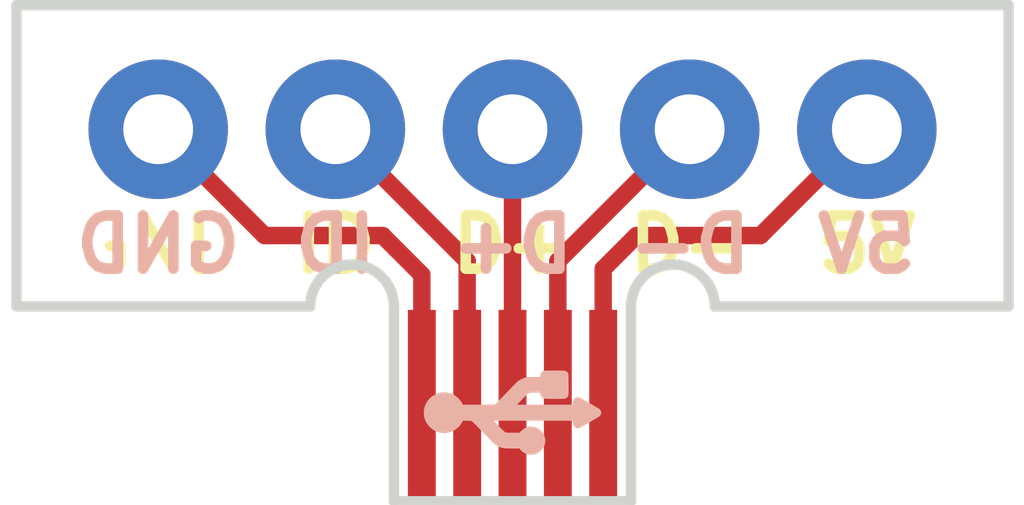
<source format=kicad_pcb>
(kicad_pcb (version 20171130) (host pcbnew "(5.1.6)-1")

  (general
    (thickness 0.6)
    (drawings 20)
    (tracks 15)
    (zones 0)
    (modules 7)
    (nets 6)
  )

  (page A4)
  (layers
    (0 F.Cu signal)
    (31 B.Cu signal)
    (32 B.Adhes user)
    (33 F.Adhes user)
    (34 B.Paste user)
    (35 F.Paste user)
    (36 B.SilkS user)
    (37 F.SilkS user)
    (38 B.Mask user)
    (39 F.Mask user)
    (40 Dwgs.User user)
    (41 Cmts.User user)
    (42 Eco1.User user)
    (43 Eco2.User user)
    (44 Edge.Cuts user)
    (45 Margin user)
    (46 B.CrtYd user)
    (47 F.CrtYd user)
    (48 B.Fab user hide)
    (49 F.Fab user hide)
  )

  (setup
    (last_trace_width 0.25)
    (trace_clearance 0.2)
    (zone_clearance 0.508)
    (zone_45_only no)
    (trace_min 0.2)
    (via_size 0.8)
    (via_drill 0.4)
    (via_min_size 0.4)
    (via_min_drill 0.3)
    (uvia_size 0.3)
    (uvia_drill 0.1)
    (uvias_allowed no)
    (uvia_min_size 0.2)
    (uvia_min_drill 0.1)
    (edge_width 0.15)
    (segment_width 0.2)
    (pcb_text_width 0.3)
    (pcb_text_size 1.5 1.5)
    (mod_edge_width 0.15)
    (mod_text_size 1 1)
    (mod_text_width 0.15)
    (pad_size 0.64516 0.64516)
    (pad_drill 0.64516)
    (pad_to_mask_clearance 0.051)
    (solder_mask_min_width 0.25)
    (aux_axis_origin 0 0)
    (visible_elements 7FFFFFFF)
    (pcbplotparams
      (layerselection 0x030f0_ffffffff)
      (usegerberextensions false)
      (usegerberattributes false)
      (usegerberadvancedattributes false)
      (creategerberjobfile false)
      (excludeedgelayer true)
      (linewidth 0.100000)
      (plotframeref false)
      (viasonmask false)
      (mode 1)
      (useauxorigin false)
      (hpglpennumber 1)
      (hpglpenspeed 20)
      (hpglpendiameter 15.000000)
      (psnegative false)
      (psa4output false)
      (plotreference true)
      (plotvalue true)
      (plotinvisibletext false)
      (padsonsilk false)
      (subtractmaskfromsilk false)
      (outputformat 1)
      (mirror false)
      (drillshape 0)
      (scaleselection 1)
      (outputdirectory "usbreakoutgerbs/"))
  )

  (net 0 "")
  (net 1 GNDREF)
  (net 2 /VBUS)
  (net 3 /D+)
  (net 4 /D-)
  (net 5 "Net-(J2-Pad4)")

  (net_class Default "This is the default net class."
    (clearance 0.2)
    (trace_width 0.25)
    (via_dia 0.8)
    (via_drill 0.4)
    (uvia_dia 0.3)
    (uvia_drill 0.1)
    (add_net /D+)
    (add_net /D-)
    (add_net /VBUS)
    (add_net GNDREF)
    (add_net "Net-(J2-Pad4)")
  )

  (module microusb_plug_goof:usb (layer B.Cu) (tedit 0) (tstamp 5CE1EABB)
    (at 102.616 102.616)
    (fp_text reference G*** (at 0 0) (layer B.SilkS) hide
      (effects (font (size 1.524 1.524) (thickness 0.3)) (justify mirror))
    )
    (fp_text value LOGO (at 0.75 0) (layer B.SilkS) hide
      (effects (font (size 1.524 1.524) (thickness 0.3)) (justify mirror))
    )
    (fp_poly (pts (xy 0.320922 0.590741) (xy 0.356025 0.576682) (xy 0.388559 0.555466) (xy 0.409659 0.535885)
      (xy 0.435125 0.503016) (xy 0.452906 0.467687) (xy 0.463012 0.430811) (xy 0.465455 0.393301)
      (xy 0.460245 0.356071) (xy 0.447394 0.320032) (xy 0.426911 0.286099) (xy 0.406417 0.26245)
      (xy 0.375614 0.236727) (xy 0.341742 0.218492) (xy 0.315235 0.20969) (xy 0.275443 0.203358)
      (xy 0.237008 0.205344) (xy 0.200202 0.21557) (xy 0.165298 0.233957) (xy 0.132568 0.260427)
      (xy 0.129737 0.263204) (xy 0.100724 0.292101) (xy 0.004853 0.291989) (xy -0.027144 0.29187)
      (xy -0.051858 0.291544) (xy -0.070474 0.290931) (xy -0.084174 0.289954) (xy -0.094142 0.288532)
      (xy -0.101561 0.286589) (xy -0.106509 0.284581) (xy -0.114364 0.279091) (xy -0.127197 0.267885)
      (xy -0.144367 0.251581) (xy -0.165232 0.230796) (xy -0.189151 0.206147) (xy -0.201008 0.193676)
      (xy -0.280015 0.110067) (xy 0.872066 0.110067) (xy 0.872066 0.141191) (xy 0.872611 0.15935)
      (xy 0.874645 0.171941) (xy 0.878772 0.181817) (xy 0.881591 0.18631) (xy 0.896414 0.203829)
      (xy 0.912641 0.213887) (xy 0.931977 0.217484) (xy 0.9348 0.217529) (xy 0.940537 0.21726)
      (xy 0.946681 0.216188) (xy 0.954024 0.213916) (xy 0.963356 0.210048) (xy 0.975468 0.204185)
      (xy 0.991151 0.195933) (xy 1.011195 0.184892) (xy 1.036391 0.170667) (xy 1.06753 0.15286)
      (xy 1.094523 0.13734) (xy 1.126392 0.11889) (xy 1.156403 0.101321) (xy 1.183653 0.085175)
      (xy 1.207234 0.070999) (xy 1.226241 0.059337) (xy 1.239767 0.050734) (xy 1.246908 0.045735)
      (xy 1.247153 0.045526) (xy 1.259911 0.029229) (xy 1.266195 0.00968) (xy 1.266005 -0.010913)
      (xy 1.259337 -0.030342) (xy 1.247217 -0.045525) (xy 1.240592 -0.05024) (xy 1.227514 -0.058598)
      (xy 1.208888 -0.070054) (xy 1.18562 -0.084064) (xy 1.158616 -0.100083) (xy 1.12878 -0.117566)
      (xy 1.097018 -0.135968) (xy 1.094637 -0.137339) (xy 1.058655 -0.158012) (xy 1.029194 -0.174815)
      (xy 1.005463 -0.188144) (xy 0.986671 -0.198395) (xy 0.972027 -0.205967) (xy 0.96074 -0.211255)
      (xy 0.952018 -0.214657) (xy 0.945072 -0.21657) (xy 0.93911 -0.21739) (xy 0.93485 -0.217528)
      (xy 0.914976 -0.214707) (xy 0.898449 -0.205572) (xy 0.883552 -0.189118) (xy 0.881591 -0.186309)
      (xy 0.876279 -0.176725) (xy 0.87334 -0.165759) (xy 0.872174 -0.15056) (xy 0.872066 -0.14119)
      (xy 0.872066 -0.110066) (xy 0.053531 -0.110066) (xy 0.087169 -0.144991) (xy 0.102651 -0.161127)
      (xy 0.121796 -0.181171) (xy 0.142457 -0.202872) (xy 0.162489 -0.223979) (xy 0.167884 -0.229678)
      (xy 0.187541 -0.24981) (xy 0.20497 -0.266404) (xy 0.219143 -0.278533) (xy 0.229033 -0.28527)
      (xy 0.230111 -0.28577) (xy 0.238196 -0.288217) (xy 0.249791 -0.289992) (xy 0.266084 -0.291177)
      (xy 0.288264 -0.29185) (xy 0.317518 -0.292095) (xy 0.323131 -0.292099) (xy 0.401 -0.292099)
      (xy 0.403835 -0.26798) (xy 0.410031 -0.243618) (xy 0.421908 -0.224258) (xy 0.438743 -0.210994)
      (xy 0.442805 -0.2091) (xy 0.448496 -0.207438) (xy 0.457329 -0.2061) (xy 0.470106 -0.205055)
      (xy 0.487633 -0.204275) (xy 0.510712 -0.203729) (xy 0.540147 -0.20339) (xy 0.576742 -0.203226)
      (xy 0.603595 -0.203199) (xy 0.642755 -0.203215) (xy 0.674375 -0.203298) (xy 0.699381 -0.2035)
      (xy 0.718702 -0.203874) (xy 0.733262 -0.204473) (xy 0.743991 -0.205348) (xy 0.751814 -0.206553)
      (xy 0.757657 -0.208141) (xy 0.762449 -0.210162) (xy 0.766714 -0.212445) (xy 0.783388 -0.226467)
      (xy 0.791788 -0.239504) (xy 0.794064 -0.244546) (xy 0.79589 -0.249899) (xy 0.797305 -0.256482)
      (xy 0.798351 -0.26522) (xy 0.799068 -0.277032) (xy 0.799497 -0.292841) (xy 0.799678 -0.313568)
      (xy 0.799653 -0.340135) (xy 0.799461 -0.373465) (xy 0.799197 -0.407754) (xy 0.798859 -0.447468)
      (xy 0.798517 -0.479603) (xy 0.798114 -0.505046) (xy 0.797595 -0.524684) (xy 0.796905 -0.539405)
      (xy 0.795989 -0.550095) (xy 0.794792 -0.557642) (xy 0.793257 -0.562932) (xy 0.79133 -0.566854)
      (xy 0.789074 -0.570137) (xy 0.779099 -0.580585) (xy 0.766818 -0.589928) (xy 0.76579 -0.59055)
      (xy 0.761488 -0.592838) (xy 0.756549 -0.594681) (xy 0.750048 -0.596135) (xy 0.741059 -0.597252)
      (xy 0.728657 -0.598088) (xy 0.711917 -0.598695) (xy 0.689913 -0.599129) (xy 0.661719 -0.599442)
      (xy 0.626411 -0.59969) (xy 0.607483 -0.599797) (xy 0.571775 -0.599872) (xy 0.538709 -0.599713)
      (xy 0.509324 -0.599342) (xy 0.48466 -0.59878) (xy 0.465755 -0.598048) (xy 0.453649 -0.597167)
      (xy 0.450067 -0.596573) (xy 0.431461 -0.586846) (xy 0.416616 -0.570697) (xy 0.406548 -0.549708)
      (xy 0.402269 -0.525465) (xy 0.40219 -0.521758) (xy 0.402166 -0.508) (xy 0.309922 -0.508)
      (xy 0.274712 -0.507811) (xy 0.246806 -0.507205) (xy 0.225047 -0.506116) (xy 0.20828 -0.504481)
      (xy 0.195349 -0.502238) (xy 0.192447 -0.50154) (xy 0.16683 -0.493203) (xy 0.138525 -0.481117)
      (xy 0.110711 -0.466839) (xy 0.086569 -0.451925) (xy 0.077603 -0.445305) (xy 0.070344 -0.438784)
      (xy 0.057948 -0.426775) (xy 0.041079 -0.409957) (xy 0.020404 -0.389008) (xy -0.003414 -0.364606)
      (xy -0.029708 -0.33743) (xy -0.057814 -0.308158) (xy -0.087066 -0.277468) (xy -0.089395 -0.275015)
      (xy -0.118271 -0.244714) (xy -0.145699 -0.216168) (xy -0.171071 -0.189995) (xy -0.193777 -0.166812)
      (xy -0.213208 -0.147237) (xy -0.228755 -0.131887) (xy -0.239808 -0.121379) (xy -0.245759 -0.116333)
      (xy -0.246164 -0.116091) (xy -0.249999 -0.114739) (xy -0.256286 -0.113598) (xy -0.265674 -0.11265)
      (xy -0.278815 -0.111879) (xy -0.296359 -0.11127) (xy -0.318958 -0.110806) (xy -0.347261 -0.11047)
      (xy -0.381921 -0.110245) (xy -0.423587 -0.110117) (xy -0.472911 -0.110068) (xy -0.486119 -0.110066)
      (xy -0.714424 -0.110066) (xy -0.726225 -0.13339) (xy -0.749764 -0.170902) (xy -0.780038 -0.204766)
      (xy -0.815751 -0.234011) (xy -0.855606 -0.257666) (xy -0.898307 -0.27476) (xy -0.923747 -0.281262)
      (xy -0.969212 -0.287208) (xy -1.012525 -0.285857) (xy -1.055225 -0.276994) (xy -1.098853 -0.260408)
      (xy -1.108951 -0.255591) (xy -1.14973 -0.230888) (xy -1.185526 -0.199915) (xy -1.215667 -0.163627)
      (xy -1.23948 -0.122978) (xy -1.256292 -0.078925) (xy -1.265291 -0.03369) (xy -1.266977 0.016243)
      (xy -1.260577 0.063662) (xy -1.246093 0.10857) (xy -1.223522 0.150969) (xy -1.192865 0.190861)
      (xy -1.180918 0.203532) (xy -1.144181 0.234922) (xy -1.10367 0.259097) (xy -1.060277 0.27591)
      (xy -1.014894 0.28521) (xy -0.968413 0.286848) (xy -0.921725 0.280675) (xy -0.875723 0.266543)
      (xy -0.856126 0.25786) (xy -0.815951 0.2342) (xy -0.780079 0.204843) (xy -0.749779 0.171024)
      (xy -0.72632 0.133978) (xy -0.724013 0.12935) (xy -0.714679 0.110067) (xy -0.656421 0.110067)
      (xy -0.633852 0.110399) (xy -0.613263 0.111305) (xy -0.596682 0.112657) (xy -0.586134 0.114323)
      (xy -0.584925 0.114682) (xy -0.578554 0.118919) (xy -0.566968 0.129035) (xy -0.550097 0.145102)
      (xy -0.52787 0.167189) (xy -0.500215 0.195368) (xy -0.467062 0.229709) (xy -0.42834 0.270282)
      (xy -0.424867 0.273939) (xy -0.395247 0.304977) (xy -0.366588 0.334706) (xy -0.33957 0.36244)
      (xy -0.314872 0.387496) (xy -0.293173 0.40919) (xy -0.275154 0.426836) (xy -0.261495 0.439751)
      (xy -0.252874 0.447251) (xy -0.252266 0.447713) (xy -0.234355 0.459829) (xy -0.213531 0.47222)
      (xy -0.19685 0.48094) (xy -0.179932 0.488693) (xy -0.164591 0.494817) (xy -0.149506 0.499501)
      (xy -0.133354 0.502935) (xy -0.114813 0.505308) (xy -0.09256 0.506811) (xy -0.065273 0.507631)
      (xy -0.031629 0.50796) (xy -0.008088 0.508) (xy 0.10058 0.508) (xy 0.115876 0.526668)
      (xy 0.14407 0.55485) (xy 0.176074 0.576075) (xy 0.210824 0.59031) (xy 0.247258 0.597522)
      (xy 0.284312 0.597677) (xy 0.320922 0.590741)) (layer B.SilkS) (width 0.01))
  )

  (module Connector_Pin:Pin_D1.0mm_L10.0mm (layer F.Cu) (tedit 5CDE7022) (tstamp 5CDE772A)
    (at 97.536 98.552)
    (descr "solder Pin_ diameter 1.0mm, hole diameter 1.0mm (press fit), length 10.0mm")
    (tags "solder Pin_ press fit")
    (fp_text reference REF** (at 0 2.25) (layer F.SilkS) hide
      (effects (font (size 1 1) (thickness 0.15)))
    )
    (fp_text value Pin_D1.0mm_L10.0mm (at 0 -2.05) (layer F.Fab)
      (effects (font (size 1 1) (thickness 0.15)))
    )
    (fp_circle (center 0 0) (end 1.143 0) (layer F.CrtYd) (width 0.05))
    (fp_circle (center 0 0) (end 0.5 0) (layer F.Fab) (width 0.12))
    (fp_text user %R (at 0 2.25) (layer F.Fab)
      (effects (font (size 1 1) (thickness 0.15)))
    )
    (pad 1 thru_hole circle (at 0 0) (size 2 2) (drill 1) (layers *.Cu *.Mask)
      (net 1 GNDREF))
    (model ${KISYS3DMOD}/Connector_Pin.3dshapes/Pin_D1.0mm_L10.0mm.wrl
      (at (xyz 0 0 0))
      (scale (xyz 1 1 1))
      (rotate (xyz 0 0 0))
    )
  )

  (module Connector_Pin:Pin_D1.0mm_L10.0mm (layer F.Cu) (tedit 5CDE7060) (tstamp 5CDE771C)
    (at 107.696 98.552)
    (descr "solder Pin_ diameter 1.0mm, hole diameter 1.0mm (press fit), length 10.0mm")
    (tags "solder Pin_ press fit")
    (fp_text reference REF** (at 0 2.25) (layer F.SilkS) hide
      (effects (font (size 1 1) (thickness 0.15)))
    )
    (fp_text value Pin_D1.0mm_L10.0mm (at 0 -2.05) (layer F.Fab)
      (effects (font (size 1 1) (thickness 0.15)))
    )
    (fp_circle (center 0 0) (end 0.5 0) (layer F.Fab) (width 0.12))
    (fp_circle (center 0 0) (end 1.143 0) (layer F.CrtYd) (width 0.05))
    (fp_text user %R (at 0 2.25) (layer F.Fab)
      (effects (font (size 1 1) (thickness 0.15)))
    )
    (pad 1 thru_hole circle (at 0 0) (size 2 2) (drill 1) (layers *.Cu *.Mask)
      (net 2 /VBUS))
    (model ${KISYS3DMOD}/Connector_Pin.3dshapes/Pin_D1.0mm_L10.0mm.wrl
      (at (xyz 0 0 0))
      (scale (xyz 1 1 1))
      (rotate (xyz 0 0 0))
    )
  )

  (module Connector_Pin:Pin_D1.0mm_L10.0mm (layer F.Cu) (tedit 5CDE705B) (tstamp 5CDE770E)
    (at 105.156 98.552)
    (descr "solder Pin_ diameter 1.0mm, hole diameter 1.0mm (press fit), length 10.0mm")
    (tags "solder Pin_ press fit")
    (fp_text reference REF** (at 0 2.25) (layer F.SilkS) hide
      (effects (font (size 1 1) (thickness 0.15)))
    )
    (fp_text value Pin_D1.0mm_L10.0mm (at 0 -2.05) (layer F.Fab)
      (effects (font (size 1 1) (thickness 0.15)))
    )
    (fp_circle (center 0 0) (end 1.143 0) (layer F.CrtYd) (width 0.05))
    (fp_circle (center 0 0) (end 0.5 0) (layer F.Fab) (width 0.12))
    (fp_text user %R (at 0 2.25) (layer F.Fab)
      (effects (font (size 1 1) (thickness 0.15)))
    )
    (pad 1 thru_hole circle (at 0 0) (size 2 2) (drill 1) (layers *.Cu *.Mask)
      (net 4 /D-))
    (model ${KISYS3DMOD}/Connector_Pin.3dshapes/Pin_D1.0mm_L10.0mm.wrl
      (at (xyz 0 0 0))
      (scale (xyz 1 1 1))
      (rotate (xyz 0 0 0))
    )
  )

  (module Connector_Pin:Pin_D1.0mm_L10.0mm (layer F.Cu) (tedit 5CDE7039) (tstamp 5CDE76E3)
    (at 100.076 98.552)
    (descr "solder Pin_ diameter 1.0mm, hole diameter 1.0mm (press fit), length 10.0mm")
    (tags "solder Pin_ press fit")
    (fp_text reference REF** (at 0 2.25) (layer F.SilkS) hide
      (effects (font (size 1 1) (thickness 0.15)))
    )
    (fp_text value Pin_D1.0mm_L10.0mm (at 0 -2.05) (layer F.Fab)
      (effects (font (size 1 1) (thickness 0.15)))
    )
    (fp_circle (center 0 0) (end 1.143 0) (layer F.CrtYd) (width 0.05))
    (fp_circle (center 0 0) (end 0.5 0) (layer F.Fab) (width 0.12))
    (fp_text user %R (at 0 2.25) (layer F.Fab)
      (effects (font (size 1 1) (thickness 0.15)))
    )
    (pad 1 thru_hole circle (at 0 0) (size 2 2) (drill 1) (layers *.Cu *.Mask)
      (net 5 "Net-(J2-Pad4)"))
    (model ${KISYS3DMOD}/Connector_Pin.3dshapes/Pin_D1.0mm_L10.0mm.wrl
      (at (xyz 0 0 0))
      (scale (xyz 1 1 1))
      (rotate (xyz 0 0 0))
    )
  )

  (module Connector_Pin:Pin_D1.0mm_L10.0mm (layer F.Cu) (tedit 5CDE7054) (tstamp 5CDE76B8)
    (at 102.616 98.552)
    (descr "solder Pin_ diameter 1.0mm, hole diameter 1.0mm (press fit), length 10.0mm")
    (tags "solder Pin_ press fit")
    (fp_text reference REF** (at 0 2.25) (layer F.SilkS) hide
      (effects (font (size 1 1) (thickness 0.15)))
    )
    (fp_text value Pin_D1.0mm_L10.0mm (at 0 -2.05) (layer F.Fab)
      (effects (font (size 1 1) (thickness 0.15)))
    )
    (fp_circle (center 0 0) (end 0.5 0) (layer F.Fab) (width 0.12))
    (fp_circle (center 0 0) (end 1.143 0) (layer F.CrtYd) (width 0.05))
    (fp_text user %R (at 0 2.25) (layer F.Fab)
      (effects (font (size 1 1) (thickness 0.15)))
    )
    (pad 1 thru_hole circle (at 0 0) (size 2 2) (drill 1) (layers *.Cu *.Mask)
      (net 3 /D+))
    (model ${KISYS3DMOD}/Connector_Pin.3dshapes/Pin_D1.0mm_L10.0mm.wrl
      (at (xyz 0 0 0))
      (scale (xyz 1 1 1))
      (rotate (xyz 0 0 0))
    )
  )

  (module microusb_plug_goof:microusb_PCB_socket (layer F.Cu) (tedit 5CDE7049) (tstamp 5CC8226A)
    (at 102.616 102.492 180)
    (descr "Wire Pad, Square, SMD Pad,  5mm x 10mm,")
    (tags "MesurementPoint Square SMDPad 5mmx10mm ")
    (path /5CC96725)
    (attr smd)
    (fp_text reference J1 (at 0 -2.286 180) (layer F.SilkS) hide
      (effects (font (size 1 1) (thickness 0.15)))
    )
    (fp_text value microusb_pcb_socket (at 0 2.54 180) (layer F.Fab)
      (effects (font (size 1 1) (thickness 0.15)))
    )
    (fp_line (start -1.524 -1.37) (end -1.524 1.37) (layer F.CrtYd) (width 0.05))
    (fp_line (start -1.524 1.37) (end 1.524 1.37) (layer F.CrtYd) (width 0.05))
    (fp_line (start 1.524 1.37) (end 1.524 -1.37) (layer F.CrtYd) (width 0.05))
    (fp_line (start 1.524 -1.37) (end -1.524 -1.37) (layer F.CrtYd) (width 0.05))
    (pad 3 smd rect (at 0 0 180) (size 0.4 2.7) (layers F.Cu F.Paste F.Mask)
      (net 3 /D+))
    (pad 2 smd rect (at -0.65 0 180) (size 0.4 2.7) (layers F.Cu F.Paste F.Mask)
      (net 4 /D-))
    (pad 1 smd rect (at -1.3 0 180) (size 0.4 2.7) (layers F.Cu F.Paste F.Mask)
      (net 2 /VBUS))
    (pad 4 smd rect (at 0.65 0 180) (size 0.4 2.7) (layers F.Cu F.Paste F.Mask)
      (net 5 "Net-(J2-Pad4)"))
    (pad 5 smd rect (at 1.3 0 180) (size 0.4 2.7) (layers F.Cu F.Paste F.Mask)
      (net 1 GNDREF))
  )

  (gr_line (start 100.916 103.886) (end 104.316 103.886) (layer Edge.Cuts) (width 0.15) (tstamp 5F1609F3))
  (gr_line (start 109.728 101.092) (end 109.728 96.774) (layer Edge.Cuts) (width 0.15))
  (gr_line (start 95.504 96.774) (end 109.728 96.774) (layer Edge.Cuts) (width 0.15))
  (gr_line (start 95.504 96.774) (end 95.504 101.092) (layer Edge.Cuts) (width 0.15) (tstamp 5CDEF20D))
  (gr_text ID (at 100.076 100.206) (layer B.SilkS) (tstamp 5CDE72C4)
    (effects (font (size 0.762 0.762) (thickness 0.1524)) (justify mirror))
  )
  (gr_text 5V (at 107.696 100.206) (layer F.SilkS) (tstamp 5CDE72C3)
    (effects (font (size 0.762 0.762) (thickness 0.1524)))
  )
  (gr_text D- (at 105.156 100.206) (layer F.SilkS) (tstamp 5CDE72C2)
    (effects (font (size 0.762 0.762) (thickness 0.1524)))
  )
  (gr_text D+ (at 102.616 100.206) (layer B.SilkS) (tstamp 5CDE72C1)
    (effects (font (size 0.762 0.762) (thickness 0.1524)) (justify mirror))
  )
  (gr_text ID (at 100.076 100.206) (layer F.SilkS) (tstamp 5CDE72C0)
    (effects (font (size 0.762 0.762) (thickness 0.1524)))
  )
  (gr_text 5V (at 107.696 100.206) (layer B.SilkS) (tstamp 5CDE72BF)
    (effects (font (size 0.762 0.762) (thickness 0.1524)) (justify mirror))
  )
  (gr_text D- (at 105.156 100.206) (layer B.SilkS) (tstamp 5CDE72BE)
    (effects (font (size 0.762 0.762) (thickness 0.1524)) (justify mirror))
  )
  (gr_text GND (at 97.536 100.206) (layer B.SilkS) (tstamp 5CDE72BD)
    (effects (font (size 0.762 0.762) (thickness 0.1524)) (justify mirror))
  )
  (gr_text GND (at 97.536 100.206) (layer F.SilkS) (tstamp 5CDE72BC)
    (effects (font (size 0.762 0.762) (thickness 0.1524)))
  )
  (gr_text D+ (at 102.616 100.206) (layer F.SilkS) (tstamp 5CDE72BB)
    (effects (font (size 0.762 0.762) (thickness 0.1524)))
  )
  (gr_line (start 109.728 101.092) (end 105.516 101.092) (layer Edge.Cuts) (width 0.15))
  (gr_line (start 99.716 101.092) (end 95.504 101.092) (layer Edge.Cuts) (width 0.15))
  (gr_arc (start 104.916 101.092) (end 104.316 101.092) (angle 180) (layer Edge.Cuts) (width 0.15) (tstamp 5CC82253))
  (gr_arc (start 100.316 101.092) (end 100.916 101.092) (angle -180) (layer Edge.Cuts) (width 0.15) (tstamp 5CC82259))
  (gr_line (start 100.916 103.886) (end 100.916 101.092) (layer Edge.Cuts) (width 0.15) (tstamp 5CC82256))
  (gr_line (start 104.316 103.886) (end 104.316 101.092) (layer Edge.Cuts) (width 0.15) (tstamp 5CC8224D))

  (segment (start 98.535999 99.551999) (end 97.536 98.552) (width 0.25) (layer F.Cu) (net 1))
  (segment (start 99.06 100.076) (end 98.535999 99.551999) (width 0.25) (layer F.Cu) (net 1))
  (segment (start 100.753714 100.076) (end 99.06 100.076) (width 0.25) (layer F.Cu) (net 1))
  (segment (start 101.316 102.492) (end 101.316 100.638286) (width 0.25) (layer F.Cu) (net 1))
  (segment (start 101.316 100.638286) (end 100.753714 100.076) (width 0.25) (layer F.Cu) (net 1))
  (segment (start 106.696001 99.551999) (end 107.696 98.552) (width 0.25) (layer F.Cu) (net 2))
  (segment (start 106.172 100.076) (end 106.696001 99.551999) (width 0.25) (layer F.Cu) (net 2))
  (segment (start 104.394 100.076) (end 106.172 100.076) (width 0.25) (layer F.Cu) (net 2))
  (segment (start 103.916 102.492) (end 103.916 100.554) (width 0.25) (layer F.Cu) (net 2))
  (segment (start 103.916 100.554) (end 104.394 100.076) (width 0.25) (layer F.Cu) (net 2))
  (segment (start 102.616 102.492) (end 102.616 98.552) (width 0.25) (layer F.Cu) (net 3))
  (segment (start 103.266 100.442) (end 105.156 98.552) (width 0.25) (layer F.Cu) (net 4))
  (segment (start 103.266 102.492) (end 103.266 100.442) (width 0.25) (layer F.Cu) (net 4))
  (segment (start 101.966 100.442) (end 100.076 98.552) (width 0.25) (layer F.Cu) (net 5))
  (segment (start 101.966 102.492) (end 101.966 100.442) (width 0.25) (layer F.Cu) (net 5))

)

</source>
